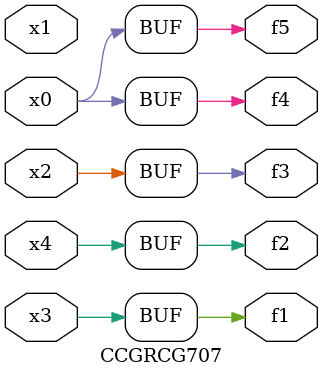
<source format=v>
module CCGRCG707(
	input x0, x1, x2, x3, x4,
	output f1, f2, f3, f4, f5
);
	assign f1 = x3;
	assign f2 = x4;
	assign f3 = x2;
	assign f4 = x0;
	assign f5 = x0;
endmodule

</source>
